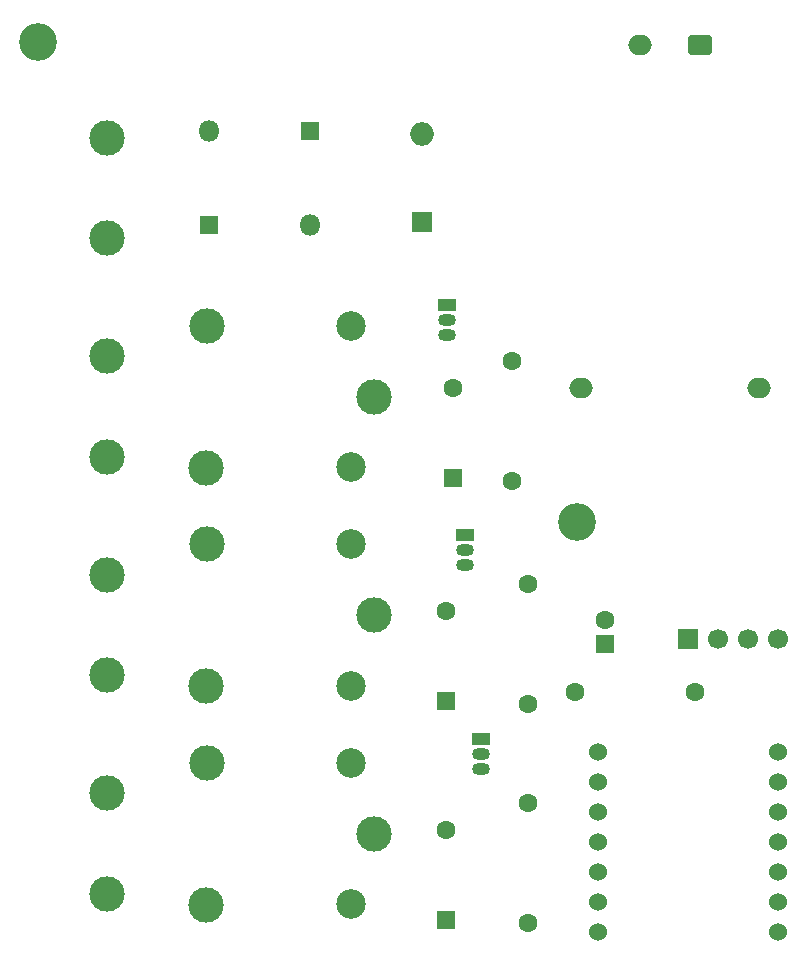
<source format=gbr>
%TF.GenerationSoftware,KiCad,Pcbnew,9.0.5*%
%TF.CreationDate,2025-10-13T17:13:28+02:00*%
%TF.ProjectId,power-sequencer-pcb,706f7765-722d-4736-9571-75656e636572,A*%
%TF.SameCoordinates,Original*%
%TF.FileFunction,Soldermask,Bot*%
%TF.FilePolarity,Negative*%
%FSLAX46Y46*%
G04 Gerber Fmt 4.6, Leading zero omitted, Abs format (unit mm)*
G04 Created by KiCad (PCBNEW 9.0.5) date 2025-10-13 17:13:28*
%MOMM*%
%LPD*%
G01*
G04 APERTURE LIST*
G04 Aperture macros list*
%AMRoundRect*
0 Rectangle with rounded corners*
0 $1 Rounding radius*
0 $2 $3 $4 $5 $6 $7 $8 $9 X,Y pos of 4 corners*
0 Add a 4 corners polygon primitive as box body*
4,1,4,$2,$3,$4,$5,$6,$7,$8,$9,$2,$3,0*
0 Add four circle primitives for the rounded corners*
1,1,$1+$1,$2,$3*
1,1,$1+$1,$4,$5*
1,1,$1+$1,$6,$7*
1,1,$1+$1,$8,$9*
0 Add four rect primitives between the rounded corners*
20,1,$1+$1,$2,$3,$4,$5,0*
20,1,$1+$1,$4,$5,$6,$7,0*
20,1,$1+$1,$6,$7,$8,$9,0*
20,1,$1+$1,$8,$9,$2,$3,0*%
G04 Aperture macros list end*
%ADD10C,3.000000*%
%ADD11C,1.600000*%
%ADD12RoundRect,0.250000X0.550000X-0.550000X0.550000X0.550000X-0.550000X0.550000X-0.550000X-0.550000X0*%
%ADD13O,1.500000X1.050000*%
%ADD14R,1.500000X1.050000*%
%ADD15C,2.500000*%
%ADD16C,3.200000*%
%ADD17R,1.800000X1.800000*%
%ADD18O,2.000000X2.000000*%
%ADD19C,1.524000*%
%ADD20R,1.700000X1.700000*%
%ADD21C,1.700000*%
%ADD22RoundRect,0.250000X-0.750000X0.600000X-0.750000X-0.600000X0.750000X-0.600000X0.750000X0.600000X0*%
%ADD23O,2.000000X1.700000*%
%ADD24R,1.600000X1.600000*%
%ADD25O,1.800000X1.800000*%
G04 APERTURE END LIST*
D10*
%TO.C,J1*%
X86307500Y-78095000D03*
X86307500Y-69595000D03*
%TD*%
%TO.C,J2*%
X86307500Y-96595000D03*
X86307500Y-88095000D03*
%TD*%
%TO.C,J4*%
X86307500Y-133595000D03*
X86307500Y-125095000D03*
%TD*%
%TO.C,J3*%
X86307500Y-115095000D03*
X86307500Y-106595000D03*
%TD*%
D11*
%TO.C,R2*%
X120595000Y-98675000D03*
X120595000Y-88515000D03*
%TD*%
%TO.C,D1*%
X115595000Y-90785000D03*
D12*
X115595000Y-98405000D03*
%TD*%
D13*
%TO.C,Q1*%
X115140000Y-86270000D03*
X115140000Y-85000000D03*
D14*
X115140000Y-83730000D03*
%TD*%
D11*
%TO.C,R3*%
X122000000Y-107420000D03*
X122000000Y-117580000D03*
%TD*%
D12*
%TO.C,D3*%
X115000000Y-135810000D03*
D11*
X115000000Y-128190000D03*
%TD*%
D10*
%TO.C,K2*%
X108950000Y-110050000D03*
D15*
X107000000Y-104000000D03*
D10*
X94800000Y-104000000D03*
X94750000Y-116050000D03*
D15*
X107000000Y-116000000D03*
%TD*%
D16*
%TO.C,REF\u002A\u002A*%
X126095000Y-102095000D03*
%TD*%
D17*
%TO.C,RV1*%
X113000000Y-76750000D03*
D18*
X113000000Y-69250000D03*
%TD*%
D12*
%TO.C,C1*%
X128500000Y-112455113D03*
D11*
X128500000Y-110455113D03*
%TD*%
D19*
%TO.C,U1*%
X143120000Y-136851500D03*
X143120000Y-134311500D03*
X143120000Y-131771500D03*
X143120000Y-129231500D03*
X143120000Y-126691500D03*
X143120000Y-124151500D03*
X143120000Y-121611500D03*
X127880000Y-121611500D03*
X127880000Y-124151500D03*
X127880000Y-126691500D03*
X127880000Y-129231500D03*
X127880000Y-131771500D03*
X127880000Y-134311500D03*
X127880000Y-136851500D03*
%TD*%
D12*
%TO.C,D2*%
X115000000Y-117310000D03*
D11*
X115000000Y-109690000D03*
%TD*%
D10*
%TO.C,K3*%
X108950000Y-128550000D03*
D15*
X107000000Y-122500000D03*
D10*
X94800000Y-122500000D03*
X94750000Y-134550000D03*
D15*
X107000000Y-134500000D03*
%TD*%
D16*
%TO.C,REF\u002A\u002A*%
X80500000Y-61500000D03*
%TD*%
D11*
%TO.C,R4*%
X122000000Y-125920000D03*
X122000000Y-136080000D03*
%TD*%
D10*
%TO.C,K1*%
X108950000Y-91550000D03*
D15*
X107000000Y-85500000D03*
D10*
X94800000Y-85500000D03*
X94750000Y-97550000D03*
D15*
X107000000Y-97500000D03*
%TD*%
D14*
%TO.C,Q3*%
X118000000Y-120500000D03*
D13*
X118000000Y-121770000D03*
X118000000Y-123040000D03*
%TD*%
D20*
%TO.C,SW1*%
X135500000Y-112000000D03*
D21*
X138040000Y-112000000D03*
X140580000Y-112000000D03*
X143120000Y-112000000D03*
%TD*%
D22*
%TO.C,PS1*%
X136500000Y-61712500D03*
D23*
X131500000Y-61712500D03*
X141500000Y-90792500D03*
X126500000Y-90792500D03*
%TD*%
D11*
%TO.C,R1*%
X136080000Y-116500000D03*
X125920000Y-116500000D03*
%TD*%
D24*
%TO.C,F1*%
X95000000Y-77000000D03*
D25*
X95000000Y-69000000D03*
%TD*%
D14*
%TO.C,Q2*%
X116640000Y-103230000D03*
D13*
X116640000Y-104500000D03*
X116640000Y-105770000D03*
%TD*%
D24*
%TO.C,SW2*%
X103500000Y-69000000D03*
D25*
X103500000Y-77000000D03*
%TD*%
M02*

</source>
